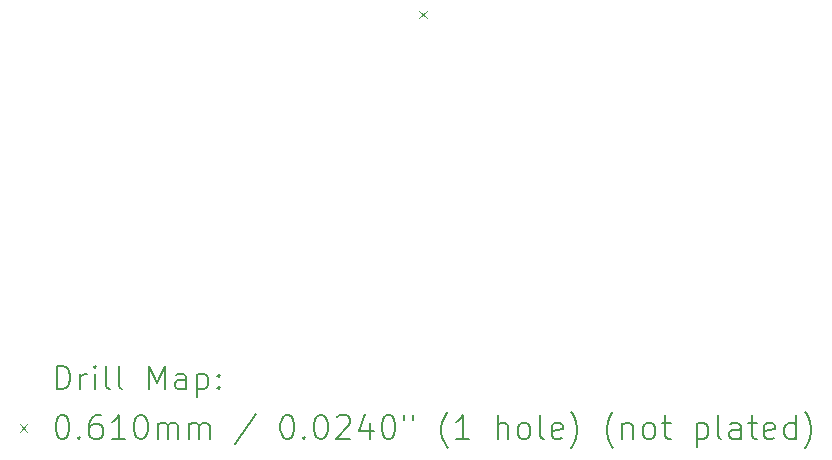
<source format=gbr>
%TF.GenerationSoftware,KiCad,Pcbnew,7.0.1*%
%TF.CreationDate,2023-12-30T18:27:57+00:00*%
%TF.ProjectId,watch_main,77617463-685f-46d6-9169-6e2e6b696361,rev?*%
%TF.SameCoordinates,Original*%
%TF.FileFunction,Drillmap*%
%TF.FilePolarity,Positive*%
%FSLAX45Y45*%
G04 Gerber Fmt 4.5, Leading zero omitted, Abs format (unit mm)*
G04 Created by KiCad (PCBNEW 7.0.1) date 2023-12-30 18:27:57*
%MOMM*%
%LPD*%
G01*
G04 APERTURE LIST*
%ADD10C,0.200000*%
%ADD11C,0.060960*%
G04 APERTURE END LIST*
D10*
D11*
X16519520Y-8999260D02*
X16580480Y-9060220D01*
X16580480Y-8999260D02*
X16519520Y-9060220D01*
D10*
X13447723Y-12200445D02*
X13447723Y-12000445D01*
X13447723Y-12000445D02*
X13495342Y-12000445D01*
X13495342Y-12000445D02*
X13523913Y-12009969D01*
X13523913Y-12009969D02*
X13542961Y-12029016D01*
X13542961Y-12029016D02*
X13552484Y-12048064D01*
X13552484Y-12048064D02*
X13562008Y-12086159D01*
X13562008Y-12086159D02*
X13562008Y-12114731D01*
X13562008Y-12114731D02*
X13552484Y-12152826D01*
X13552484Y-12152826D02*
X13542961Y-12171874D01*
X13542961Y-12171874D02*
X13523913Y-12190921D01*
X13523913Y-12190921D02*
X13495342Y-12200445D01*
X13495342Y-12200445D02*
X13447723Y-12200445D01*
X13647723Y-12200445D02*
X13647723Y-12067112D01*
X13647723Y-12105207D02*
X13657246Y-12086159D01*
X13657246Y-12086159D02*
X13666770Y-12076635D01*
X13666770Y-12076635D02*
X13685818Y-12067112D01*
X13685818Y-12067112D02*
X13704865Y-12067112D01*
X13771532Y-12200445D02*
X13771532Y-12067112D01*
X13771532Y-12000445D02*
X13762008Y-12009969D01*
X13762008Y-12009969D02*
X13771532Y-12019493D01*
X13771532Y-12019493D02*
X13781056Y-12009969D01*
X13781056Y-12009969D02*
X13771532Y-12000445D01*
X13771532Y-12000445D02*
X13771532Y-12019493D01*
X13895342Y-12200445D02*
X13876294Y-12190921D01*
X13876294Y-12190921D02*
X13866770Y-12171874D01*
X13866770Y-12171874D02*
X13866770Y-12000445D01*
X14000103Y-12200445D02*
X13981056Y-12190921D01*
X13981056Y-12190921D02*
X13971532Y-12171874D01*
X13971532Y-12171874D02*
X13971532Y-12000445D01*
X14228675Y-12200445D02*
X14228675Y-12000445D01*
X14228675Y-12000445D02*
X14295342Y-12143302D01*
X14295342Y-12143302D02*
X14362008Y-12000445D01*
X14362008Y-12000445D02*
X14362008Y-12200445D01*
X14542961Y-12200445D02*
X14542961Y-12095683D01*
X14542961Y-12095683D02*
X14533437Y-12076635D01*
X14533437Y-12076635D02*
X14514389Y-12067112D01*
X14514389Y-12067112D02*
X14476294Y-12067112D01*
X14476294Y-12067112D02*
X14457246Y-12076635D01*
X14542961Y-12190921D02*
X14523913Y-12200445D01*
X14523913Y-12200445D02*
X14476294Y-12200445D01*
X14476294Y-12200445D02*
X14457246Y-12190921D01*
X14457246Y-12190921D02*
X14447723Y-12171874D01*
X14447723Y-12171874D02*
X14447723Y-12152826D01*
X14447723Y-12152826D02*
X14457246Y-12133778D01*
X14457246Y-12133778D02*
X14476294Y-12124255D01*
X14476294Y-12124255D02*
X14523913Y-12124255D01*
X14523913Y-12124255D02*
X14542961Y-12114731D01*
X14638199Y-12067112D02*
X14638199Y-12267112D01*
X14638199Y-12076635D02*
X14657246Y-12067112D01*
X14657246Y-12067112D02*
X14695342Y-12067112D01*
X14695342Y-12067112D02*
X14714389Y-12076635D01*
X14714389Y-12076635D02*
X14723913Y-12086159D01*
X14723913Y-12086159D02*
X14733437Y-12105207D01*
X14733437Y-12105207D02*
X14733437Y-12162350D01*
X14733437Y-12162350D02*
X14723913Y-12181397D01*
X14723913Y-12181397D02*
X14714389Y-12190921D01*
X14714389Y-12190921D02*
X14695342Y-12200445D01*
X14695342Y-12200445D02*
X14657246Y-12200445D01*
X14657246Y-12200445D02*
X14638199Y-12190921D01*
X14819151Y-12181397D02*
X14828675Y-12190921D01*
X14828675Y-12190921D02*
X14819151Y-12200445D01*
X14819151Y-12200445D02*
X14809627Y-12190921D01*
X14809627Y-12190921D02*
X14819151Y-12181397D01*
X14819151Y-12181397D02*
X14819151Y-12200445D01*
X14819151Y-12076635D02*
X14828675Y-12086159D01*
X14828675Y-12086159D02*
X14819151Y-12095683D01*
X14819151Y-12095683D02*
X14809627Y-12086159D01*
X14809627Y-12086159D02*
X14819151Y-12076635D01*
X14819151Y-12076635D02*
X14819151Y-12095683D01*
D11*
X13139144Y-12497441D02*
X13200104Y-12558401D01*
X13200104Y-12497441D02*
X13139144Y-12558401D01*
D10*
X13485818Y-12420445D02*
X13504865Y-12420445D01*
X13504865Y-12420445D02*
X13523913Y-12429969D01*
X13523913Y-12429969D02*
X13533437Y-12439493D01*
X13533437Y-12439493D02*
X13542961Y-12458540D01*
X13542961Y-12458540D02*
X13552484Y-12496635D01*
X13552484Y-12496635D02*
X13552484Y-12544255D01*
X13552484Y-12544255D02*
X13542961Y-12582350D01*
X13542961Y-12582350D02*
X13533437Y-12601397D01*
X13533437Y-12601397D02*
X13523913Y-12610921D01*
X13523913Y-12610921D02*
X13504865Y-12620445D01*
X13504865Y-12620445D02*
X13485818Y-12620445D01*
X13485818Y-12620445D02*
X13466770Y-12610921D01*
X13466770Y-12610921D02*
X13457246Y-12601397D01*
X13457246Y-12601397D02*
X13447723Y-12582350D01*
X13447723Y-12582350D02*
X13438199Y-12544255D01*
X13438199Y-12544255D02*
X13438199Y-12496635D01*
X13438199Y-12496635D02*
X13447723Y-12458540D01*
X13447723Y-12458540D02*
X13457246Y-12439493D01*
X13457246Y-12439493D02*
X13466770Y-12429969D01*
X13466770Y-12429969D02*
X13485818Y-12420445D01*
X13638199Y-12601397D02*
X13647723Y-12610921D01*
X13647723Y-12610921D02*
X13638199Y-12620445D01*
X13638199Y-12620445D02*
X13628675Y-12610921D01*
X13628675Y-12610921D02*
X13638199Y-12601397D01*
X13638199Y-12601397D02*
X13638199Y-12620445D01*
X13819151Y-12420445D02*
X13781056Y-12420445D01*
X13781056Y-12420445D02*
X13762008Y-12429969D01*
X13762008Y-12429969D02*
X13752484Y-12439493D01*
X13752484Y-12439493D02*
X13733437Y-12468064D01*
X13733437Y-12468064D02*
X13723913Y-12506159D01*
X13723913Y-12506159D02*
X13723913Y-12582350D01*
X13723913Y-12582350D02*
X13733437Y-12601397D01*
X13733437Y-12601397D02*
X13742961Y-12610921D01*
X13742961Y-12610921D02*
X13762008Y-12620445D01*
X13762008Y-12620445D02*
X13800104Y-12620445D01*
X13800104Y-12620445D02*
X13819151Y-12610921D01*
X13819151Y-12610921D02*
X13828675Y-12601397D01*
X13828675Y-12601397D02*
X13838199Y-12582350D01*
X13838199Y-12582350D02*
X13838199Y-12534731D01*
X13838199Y-12534731D02*
X13828675Y-12515683D01*
X13828675Y-12515683D02*
X13819151Y-12506159D01*
X13819151Y-12506159D02*
X13800104Y-12496635D01*
X13800104Y-12496635D02*
X13762008Y-12496635D01*
X13762008Y-12496635D02*
X13742961Y-12506159D01*
X13742961Y-12506159D02*
X13733437Y-12515683D01*
X13733437Y-12515683D02*
X13723913Y-12534731D01*
X14028675Y-12620445D02*
X13914389Y-12620445D01*
X13971532Y-12620445D02*
X13971532Y-12420445D01*
X13971532Y-12420445D02*
X13952484Y-12449016D01*
X13952484Y-12449016D02*
X13933437Y-12468064D01*
X13933437Y-12468064D02*
X13914389Y-12477588D01*
X14152484Y-12420445D02*
X14171532Y-12420445D01*
X14171532Y-12420445D02*
X14190580Y-12429969D01*
X14190580Y-12429969D02*
X14200104Y-12439493D01*
X14200104Y-12439493D02*
X14209627Y-12458540D01*
X14209627Y-12458540D02*
X14219151Y-12496635D01*
X14219151Y-12496635D02*
X14219151Y-12544255D01*
X14219151Y-12544255D02*
X14209627Y-12582350D01*
X14209627Y-12582350D02*
X14200104Y-12601397D01*
X14200104Y-12601397D02*
X14190580Y-12610921D01*
X14190580Y-12610921D02*
X14171532Y-12620445D01*
X14171532Y-12620445D02*
X14152484Y-12620445D01*
X14152484Y-12620445D02*
X14133437Y-12610921D01*
X14133437Y-12610921D02*
X14123913Y-12601397D01*
X14123913Y-12601397D02*
X14114389Y-12582350D01*
X14114389Y-12582350D02*
X14104865Y-12544255D01*
X14104865Y-12544255D02*
X14104865Y-12496635D01*
X14104865Y-12496635D02*
X14114389Y-12458540D01*
X14114389Y-12458540D02*
X14123913Y-12439493D01*
X14123913Y-12439493D02*
X14133437Y-12429969D01*
X14133437Y-12429969D02*
X14152484Y-12420445D01*
X14304865Y-12620445D02*
X14304865Y-12487112D01*
X14304865Y-12506159D02*
X14314389Y-12496635D01*
X14314389Y-12496635D02*
X14333437Y-12487112D01*
X14333437Y-12487112D02*
X14362008Y-12487112D01*
X14362008Y-12487112D02*
X14381056Y-12496635D01*
X14381056Y-12496635D02*
X14390580Y-12515683D01*
X14390580Y-12515683D02*
X14390580Y-12620445D01*
X14390580Y-12515683D02*
X14400104Y-12496635D01*
X14400104Y-12496635D02*
X14419151Y-12487112D01*
X14419151Y-12487112D02*
X14447723Y-12487112D01*
X14447723Y-12487112D02*
X14466770Y-12496635D01*
X14466770Y-12496635D02*
X14476294Y-12515683D01*
X14476294Y-12515683D02*
X14476294Y-12620445D01*
X14571532Y-12620445D02*
X14571532Y-12487112D01*
X14571532Y-12506159D02*
X14581056Y-12496635D01*
X14581056Y-12496635D02*
X14600104Y-12487112D01*
X14600104Y-12487112D02*
X14628675Y-12487112D01*
X14628675Y-12487112D02*
X14647723Y-12496635D01*
X14647723Y-12496635D02*
X14657246Y-12515683D01*
X14657246Y-12515683D02*
X14657246Y-12620445D01*
X14657246Y-12515683D02*
X14666770Y-12496635D01*
X14666770Y-12496635D02*
X14685818Y-12487112D01*
X14685818Y-12487112D02*
X14714389Y-12487112D01*
X14714389Y-12487112D02*
X14733437Y-12496635D01*
X14733437Y-12496635D02*
X14742961Y-12515683D01*
X14742961Y-12515683D02*
X14742961Y-12620445D01*
X15133437Y-12410921D02*
X14962008Y-12668064D01*
X15390580Y-12420445D02*
X15409628Y-12420445D01*
X15409628Y-12420445D02*
X15428675Y-12429969D01*
X15428675Y-12429969D02*
X15438199Y-12439493D01*
X15438199Y-12439493D02*
X15447723Y-12458540D01*
X15447723Y-12458540D02*
X15457247Y-12496635D01*
X15457247Y-12496635D02*
X15457247Y-12544255D01*
X15457247Y-12544255D02*
X15447723Y-12582350D01*
X15447723Y-12582350D02*
X15438199Y-12601397D01*
X15438199Y-12601397D02*
X15428675Y-12610921D01*
X15428675Y-12610921D02*
X15409628Y-12620445D01*
X15409628Y-12620445D02*
X15390580Y-12620445D01*
X15390580Y-12620445D02*
X15371532Y-12610921D01*
X15371532Y-12610921D02*
X15362008Y-12601397D01*
X15362008Y-12601397D02*
X15352485Y-12582350D01*
X15352485Y-12582350D02*
X15342961Y-12544255D01*
X15342961Y-12544255D02*
X15342961Y-12496635D01*
X15342961Y-12496635D02*
X15352485Y-12458540D01*
X15352485Y-12458540D02*
X15362008Y-12439493D01*
X15362008Y-12439493D02*
X15371532Y-12429969D01*
X15371532Y-12429969D02*
X15390580Y-12420445D01*
X15542961Y-12601397D02*
X15552485Y-12610921D01*
X15552485Y-12610921D02*
X15542961Y-12620445D01*
X15542961Y-12620445D02*
X15533437Y-12610921D01*
X15533437Y-12610921D02*
X15542961Y-12601397D01*
X15542961Y-12601397D02*
X15542961Y-12620445D01*
X15676294Y-12420445D02*
X15695342Y-12420445D01*
X15695342Y-12420445D02*
X15714389Y-12429969D01*
X15714389Y-12429969D02*
X15723913Y-12439493D01*
X15723913Y-12439493D02*
X15733437Y-12458540D01*
X15733437Y-12458540D02*
X15742961Y-12496635D01*
X15742961Y-12496635D02*
X15742961Y-12544255D01*
X15742961Y-12544255D02*
X15733437Y-12582350D01*
X15733437Y-12582350D02*
X15723913Y-12601397D01*
X15723913Y-12601397D02*
X15714389Y-12610921D01*
X15714389Y-12610921D02*
X15695342Y-12620445D01*
X15695342Y-12620445D02*
X15676294Y-12620445D01*
X15676294Y-12620445D02*
X15657247Y-12610921D01*
X15657247Y-12610921D02*
X15647723Y-12601397D01*
X15647723Y-12601397D02*
X15638199Y-12582350D01*
X15638199Y-12582350D02*
X15628675Y-12544255D01*
X15628675Y-12544255D02*
X15628675Y-12496635D01*
X15628675Y-12496635D02*
X15638199Y-12458540D01*
X15638199Y-12458540D02*
X15647723Y-12439493D01*
X15647723Y-12439493D02*
X15657247Y-12429969D01*
X15657247Y-12429969D02*
X15676294Y-12420445D01*
X15819151Y-12439493D02*
X15828675Y-12429969D01*
X15828675Y-12429969D02*
X15847723Y-12420445D01*
X15847723Y-12420445D02*
X15895342Y-12420445D01*
X15895342Y-12420445D02*
X15914389Y-12429969D01*
X15914389Y-12429969D02*
X15923913Y-12439493D01*
X15923913Y-12439493D02*
X15933437Y-12458540D01*
X15933437Y-12458540D02*
X15933437Y-12477588D01*
X15933437Y-12477588D02*
X15923913Y-12506159D01*
X15923913Y-12506159D02*
X15809628Y-12620445D01*
X15809628Y-12620445D02*
X15933437Y-12620445D01*
X16104866Y-12487112D02*
X16104866Y-12620445D01*
X16057247Y-12410921D02*
X16009628Y-12553778D01*
X16009628Y-12553778D02*
X16133437Y-12553778D01*
X16247723Y-12420445D02*
X16266770Y-12420445D01*
X16266770Y-12420445D02*
X16285818Y-12429969D01*
X16285818Y-12429969D02*
X16295342Y-12439493D01*
X16295342Y-12439493D02*
X16304866Y-12458540D01*
X16304866Y-12458540D02*
X16314389Y-12496635D01*
X16314389Y-12496635D02*
X16314389Y-12544255D01*
X16314389Y-12544255D02*
X16304866Y-12582350D01*
X16304866Y-12582350D02*
X16295342Y-12601397D01*
X16295342Y-12601397D02*
X16285818Y-12610921D01*
X16285818Y-12610921D02*
X16266770Y-12620445D01*
X16266770Y-12620445D02*
X16247723Y-12620445D01*
X16247723Y-12620445D02*
X16228675Y-12610921D01*
X16228675Y-12610921D02*
X16219151Y-12601397D01*
X16219151Y-12601397D02*
X16209628Y-12582350D01*
X16209628Y-12582350D02*
X16200104Y-12544255D01*
X16200104Y-12544255D02*
X16200104Y-12496635D01*
X16200104Y-12496635D02*
X16209628Y-12458540D01*
X16209628Y-12458540D02*
X16219151Y-12439493D01*
X16219151Y-12439493D02*
X16228675Y-12429969D01*
X16228675Y-12429969D02*
X16247723Y-12420445D01*
X16390580Y-12420445D02*
X16390580Y-12458540D01*
X16466770Y-12420445D02*
X16466770Y-12458540D01*
X16762009Y-12696635D02*
X16752485Y-12687112D01*
X16752485Y-12687112D02*
X16733437Y-12658540D01*
X16733437Y-12658540D02*
X16723913Y-12639493D01*
X16723913Y-12639493D02*
X16714390Y-12610921D01*
X16714390Y-12610921D02*
X16704866Y-12563302D01*
X16704866Y-12563302D02*
X16704866Y-12525207D01*
X16704866Y-12525207D02*
X16714390Y-12477588D01*
X16714390Y-12477588D02*
X16723913Y-12449016D01*
X16723913Y-12449016D02*
X16733437Y-12429969D01*
X16733437Y-12429969D02*
X16752485Y-12401397D01*
X16752485Y-12401397D02*
X16762009Y-12391874D01*
X16942961Y-12620445D02*
X16828675Y-12620445D01*
X16885818Y-12620445D02*
X16885818Y-12420445D01*
X16885818Y-12420445D02*
X16866771Y-12449016D01*
X16866771Y-12449016D02*
X16847723Y-12468064D01*
X16847723Y-12468064D02*
X16828675Y-12477588D01*
X17181056Y-12620445D02*
X17181056Y-12420445D01*
X17266771Y-12620445D02*
X17266771Y-12515683D01*
X17266771Y-12515683D02*
X17257247Y-12496635D01*
X17257247Y-12496635D02*
X17238199Y-12487112D01*
X17238199Y-12487112D02*
X17209628Y-12487112D01*
X17209628Y-12487112D02*
X17190580Y-12496635D01*
X17190580Y-12496635D02*
X17181056Y-12506159D01*
X17390580Y-12620445D02*
X17371533Y-12610921D01*
X17371533Y-12610921D02*
X17362009Y-12601397D01*
X17362009Y-12601397D02*
X17352485Y-12582350D01*
X17352485Y-12582350D02*
X17352485Y-12525207D01*
X17352485Y-12525207D02*
X17362009Y-12506159D01*
X17362009Y-12506159D02*
X17371533Y-12496635D01*
X17371533Y-12496635D02*
X17390580Y-12487112D01*
X17390580Y-12487112D02*
X17419152Y-12487112D01*
X17419152Y-12487112D02*
X17438199Y-12496635D01*
X17438199Y-12496635D02*
X17447723Y-12506159D01*
X17447723Y-12506159D02*
X17457247Y-12525207D01*
X17457247Y-12525207D02*
X17457247Y-12582350D01*
X17457247Y-12582350D02*
X17447723Y-12601397D01*
X17447723Y-12601397D02*
X17438199Y-12610921D01*
X17438199Y-12610921D02*
X17419152Y-12620445D01*
X17419152Y-12620445D02*
X17390580Y-12620445D01*
X17571533Y-12620445D02*
X17552485Y-12610921D01*
X17552485Y-12610921D02*
X17542961Y-12591874D01*
X17542961Y-12591874D02*
X17542961Y-12420445D01*
X17723914Y-12610921D02*
X17704866Y-12620445D01*
X17704866Y-12620445D02*
X17666771Y-12620445D01*
X17666771Y-12620445D02*
X17647723Y-12610921D01*
X17647723Y-12610921D02*
X17638199Y-12591874D01*
X17638199Y-12591874D02*
X17638199Y-12515683D01*
X17638199Y-12515683D02*
X17647723Y-12496635D01*
X17647723Y-12496635D02*
X17666771Y-12487112D01*
X17666771Y-12487112D02*
X17704866Y-12487112D01*
X17704866Y-12487112D02*
X17723914Y-12496635D01*
X17723914Y-12496635D02*
X17733437Y-12515683D01*
X17733437Y-12515683D02*
X17733437Y-12534731D01*
X17733437Y-12534731D02*
X17638199Y-12553778D01*
X17800104Y-12696635D02*
X17809628Y-12687112D01*
X17809628Y-12687112D02*
X17828675Y-12658540D01*
X17828675Y-12658540D02*
X17838199Y-12639493D01*
X17838199Y-12639493D02*
X17847723Y-12610921D01*
X17847723Y-12610921D02*
X17857247Y-12563302D01*
X17857247Y-12563302D02*
X17857247Y-12525207D01*
X17857247Y-12525207D02*
X17847723Y-12477588D01*
X17847723Y-12477588D02*
X17838199Y-12449016D01*
X17838199Y-12449016D02*
X17828675Y-12429969D01*
X17828675Y-12429969D02*
X17809628Y-12401397D01*
X17809628Y-12401397D02*
X17800104Y-12391874D01*
X18162009Y-12696635D02*
X18152485Y-12687112D01*
X18152485Y-12687112D02*
X18133437Y-12658540D01*
X18133437Y-12658540D02*
X18123914Y-12639493D01*
X18123914Y-12639493D02*
X18114390Y-12610921D01*
X18114390Y-12610921D02*
X18104866Y-12563302D01*
X18104866Y-12563302D02*
X18104866Y-12525207D01*
X18104866Y-12525207D02*
X18114390Y-12477588D01*
X18114390Y-12477588D02*
X18123914Y-12449016D01*
X18123914Y-12449016D02*
X18133437Y-12429969D01*
X18133437Y-12429969D02*
X18152485Y-12401397D01*
X18152485Y-12401397D02*
X18162009Y-12391874D01*
X18238199Y-12487112D02*
X18238199Y-12620445D01*
X18238199Y-12506159D02*
X18247723Y-12496635D01*
X18247723Y-12496635D02*
X18266771Y-12487112D01*
X18266771Y-12487112D02*
X18295342Y-12487112D01*
X18295342Y-12487112D02*
X18314390Y-12496635D01*
X18314390Y-12496635D02*
X18323914Y-12515683D01*
X18323914Y-12515683D02*
X18323914Y-12620445D01*
X18447723Y-12620445D02*
X18428675Y-12610921D01*
X18428675Y-12610921D02*
X18419152Y-12601397D01*
X18419152Y-12601397D02*
X18409628Y-12582350D01*
X18409628Y-12582350D02*
X18409628Y-12525207D01*
X18409628Y-12525207D02*
X18419152Y-12506159D01*
X18419152Y-12506159D02*
X18428675Y-12496635D01*
X18428675Y-12496635D02*
X18447723Y-12487112D01*
X18447723Y-12487112D02*
X18476295Y-12487112D01*
X18476295Y-12487112D02*
X18495342Y-12496635D01*
X18495342Y-12496635D02*
X18504866Y-12506159D01*
X18504866Y-12506159D02*
X18514390Y-12525207D01*
X18514390Y-12525207D02*
X18514390Y-12582350D01*
X18514390Y-12582350D02*
X18504866Y-12601397D01*
X18504866Y-12601397D02*
X18495342Y-12610921D01*
X18495342Y-12610921D02*
X18476295Y-12620445D01*
X18476295Y-12620445D02*
X18447723Y-12620445D01*
X18571533Y-12487112D02*
X18647723Y-12487112D01*
X18600104Y-12420445D02*
X18600104Y-12591874D01*
X18600104Y-12591874D02*
X18609628Y-12610921D01*
X18609628Y-12610921D02*
X18628675Y-12620445D01*
X18628675Y-12620445D02*
X18647723Y-12620445D01*
X18866771Y-12487112D02*
X18866771Y-12687112D01*
X18866771Y-12496635D02*
X18885818Y-12487112D01*
X18885818Y-12487112D02*
X18923914Y-12487112D01*
X18923914Y-12487112D02*
X18942961Y-12496635D01*
X18942961Y-12496635D02*
X18952485Y-12506159D01*
X18952485Y-12506159D02*
X18962009Y-12525207D01*
X18962009Y-12525207D02*
X18962009Y-12582350D01*
X18962009Y-12582350D02*
X18952485Y-12601397D01*
X18952485Y-12601397D02*
X18942961Y-12610921D01*
X18942961Y-12610921D02*
X18923914Y-12620445D01*
X18923914Y-12620445D02*
X18885818Y-12620445D01*
X18885818Y-12620445D02*
X18866771Y-12610921D01*
X19076295Y-12620445D02*
X19057247Y-12610921D01*
X19057247Y-12610921D02*
X19047723Y-12591874D01*
X19047723Y-12591874D02*
X19047723Y-12420445D01*
X19238199Y-12620445D02*
X19238199Y-12515683D01*
X19238199Y-12515683D02*
X19228676Y-12496635D01*
X19228676Y-12496635D02*
X19209628Y-12487112D01*
X19209628Y-12487112D02*
X19171533Y-12487112D01*
X19171533Y-12487112D02*
X19152485Y-12496635D01*
X19238199Y-12610921D02*
X19219152Y-12620445D01*
X19219152Y-12620445D02*
X19171533Y-12620445D01*
X19171533Y-12620445D02*
X19152485Y-12610921D01*
X19152485Y-12610921D02*
X19142961Y-12591874D01*
X19142961Y-12591874D02*
X19142961Y-12572826D01*
X19142961Y-12572826D02*
X19152485Y-12553778D01*
X19152485Y-12553778D02*
X19171533Y-12544255D01*
X19171533Y-12544255D02*
X19219152Y-12544255D01*
X19219152Y-12544255D02*
X19238199Y-12534731D01*
X19304866Y-12487112D02*
X19381056Y-12487112D01*
X19333437Y-12420445D02*
X19333437Y-12591874D01*
X19333437Y-12591874D02*
X19342961Y-12610921D01*
X19342961Y-12610921D02*
X19362009Y-12620445D01*
X19362009Y-12620445D02*
X19381056Y-12620445D01*
X19523914Y-12610921D02*
X19504866Y-12620445D01*
X19504866Y-12620445D02*
X19466771Y-12620445D01*
X19466771Y-12620445D02*
X19447723Y-12610921D01*
X19447723Y-12610921D02*
X19438199Y-12591874D01*
X19438199Y-12591874D02*
X19438199Y-12515683D01*
X19438199Y-12515683D02*
X19447723Y-12496635D01*
X19447723Y-12496635D02*
X19466771Y-12487112D01*
X19466771Y-12487112D02*
X19504866Y-12487112D01*
X19504866Y-12487112D02*
X19523914Y-12496635D01*
X19523914Y-12496635D02*
X19533437Y-12515683D01*
X19533437Y-12515683D02*
X19533437Y-12534731D01*
X19533437Y-12534731D02*
X19438199Y-12553778D01*
X19704866Y-12620445D02*
X19704866Y-12420445D01*
X19704866Y-12610921D02*
X19685818Y-12620445D01*
X19685818Y-12620445D02*
X19647723Y-12620445D01*
X19647723Y-12620445D02*
X19628676Y-12610921D01*
X19628676Y-12610921D02*
X19619152Y-12601397D01*
X19619152Y-12601397D02*
X19609628Y-12582350D01*
X19609628Y-12582350D02*
X19609628Y-12525207D01*
X19609628Y-12525207D02*
X19619152Y-12506159D01*
X19619152Y-12506159D02*
X19628676Y-12496635D01*
X19628676Y-12496635D02*
X19647723Y-12487112D01*
X19647723Y-12487112D02*
X19685818Y-12487112D01*
X19685818Y-12487112D02*
X19704866Y-12496635D01*
X19781057Y-12696635D02*
X19790580Y-12687112D01*
X19790580Y-12687112D02*
X19809628Y-12658540D01*
X19809628Y-12658540D02*
X19819152Y-12639493D01*
X19819152Y-12639493D02*
X19828676Y-12610921D01*
X19828676Y-12610921D02*
X19838199Y-12563302D01*
X19838199Y-12563302D02*
X19838199Y-12525207D01*
X19838199Y-12525207D02*
X19828676Y-12477588D01*
X19828676Y-12477588D02*
X19819152Y-12449016D01*
X19819152Y-12449016D02*
X19809628Y-12429969D01*
X19809628Y-12429969D02*
X19790580Y-12401397D01*
X19790580Y-12401397D02*
X19781057Y-12391874D01*
M02*

</source>
